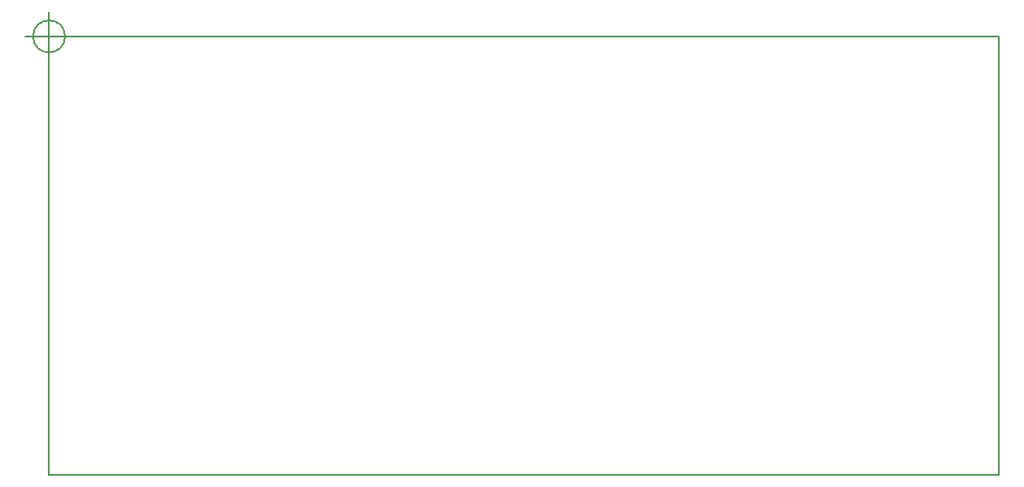
<source format=gbr>
%TF.GenerationSoftware,KiCad,Pcbnew,4.0.7-e2-6376~58~ubuntu16.04.1*%
%TF.CreationDate,2017-12-06T17:26:10+02:00*%
%TF.ProjectId,instrument_cluster,696E737472756D656E745F636C757374,rev?*%
%TF.FileFunction,Profile,NP*%
%FSLAX46Y46*%
G04 Gerber Fmt 4.6, Leading zero omitted, Abs format (unit mm)*
G04 Created by KiCad (PCBNEW 4.0.7-e2-6376~58~ubuntu16.04.1) date Wed Dec  6 17:26:10 2017*
%MOMM*%
%LPD*%
G01*
G04 APERTURE LIST*
%ADD10C,0.100000*%
%ADD11C,0.150000*%
G04 APERTURE END LIST*
D10*
D11*
X109616666Y-85090000D02*
G75*
G03X109616666Y-85090000I-1666666J0D01*
G01*
X105450000Y-85090000D02*
X110450000Y-85090000D01*
X107950000Y-82590000D02*
X107950000Y-87590000D01*
X107950000Y-130810000D02*
X107950000Y-85090000D01*
X207010000Y-130810000D02*
X107950000Y-130810000D01*
X207010000Y-85090000D02*
X107950000Y-85090000D01*
X207010000Y-130810000D02*
X207010000Y-85090000D01*
M02*

</source>
